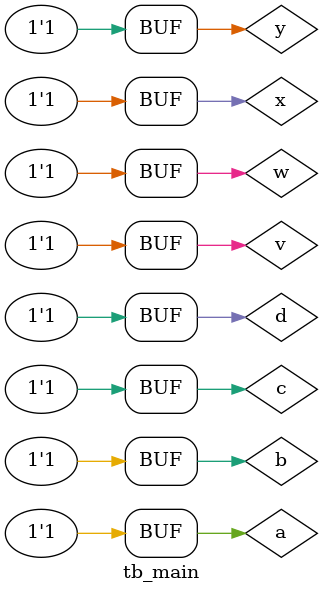
<source format=v>
`include "components/password_setter.v"
`include "components/password_guesser.v"
module tb_main;


    reg a, b, c, d, v, w, x, y;
    wire e, z;
 

    password_setter setterInstance(a, b, c, d, e);
    password_guesser guesserInstance(v, w, x, y, z);
 
    initial begin
    $dumpfile("tb_main.vcd");
    $dumpvars(0, tb_main);
        a = 0; b = 0; c = 0; d = 0;
        #1
        a = 0; b = 0; c = 0; d = 1;
        #1
        a = 0; b = 0; c = 1; d = 0;
        #1
        a = 0; b = 0; c = 1; d = 1;
        #1
        a = 0; b = 1; c = 0; d = 0;
        #1
        a = 0; b = 1; c = 0; d = 1;
        #1
        a = 0; b = 1; c = 1; d = 0;
        #1
        a = 0; b = 1; c = 1; d = 1;
        #1
        a = 1; b = 0; c = 0; d = 0;
        #1
        a = 1; b = 0; c = 0; d = 1;
        #1
        a = 1; b = 0; c = 1; d = 0;
        #1
        a = 1; b = 0; c = 1; d = 1;
        #1
        a = 1; b = 1; c = 0; d = 0;
        #1
        a = 1; b = 1; c = 0; d = 1;
        #1
        a = 1; b = 1; c = 1; d = 0;
        #1
        a = 1; b = 1; c = 1; d = 1;
        #1;
    end

    initial begin
    $dumpfile("tb_main.vcd");
    $dumpvars(0, tb_main);
        v = 0; w = 0; x = 0; y = 0;
        #1
        v = 0; w = 0; x = 0; y = 1;
        #1
        v = 0; w = 0; x = 1; y = 0;
        #1
        v = 0; w = 0; x = 1; y = 1;
        #1
        v = 0; w = 1; x = 0; y = 0;
        #1
        v = 0; w = 1; x = 0; y = 1;
        #1
        v = 0; w = 1; x = 1; y = 0;
        #1
        v = 0; w = 1; x = 1; y = 1;
        #1
        v = 1; w = 0; x = 0; y = 0;
        #1
        v = 1; w = 0; x = 0; y = 1;
        #1
        v = 1; w = 0; x = 1; y = 0;
        #1
        v = 1; w = 0; x = 1; y = 1;
        #1
        v = 1; w = 1; x = 0; y = 0;
        #1
        v = 1; w = 1; x = 0; y = 1;
        #1
        v = 1; w = 1; x = 1; y = 0;
        #1
        v = 1; w = 1; x = 1; y = 1;
        #1;
    end
 
endmodule
</source>
